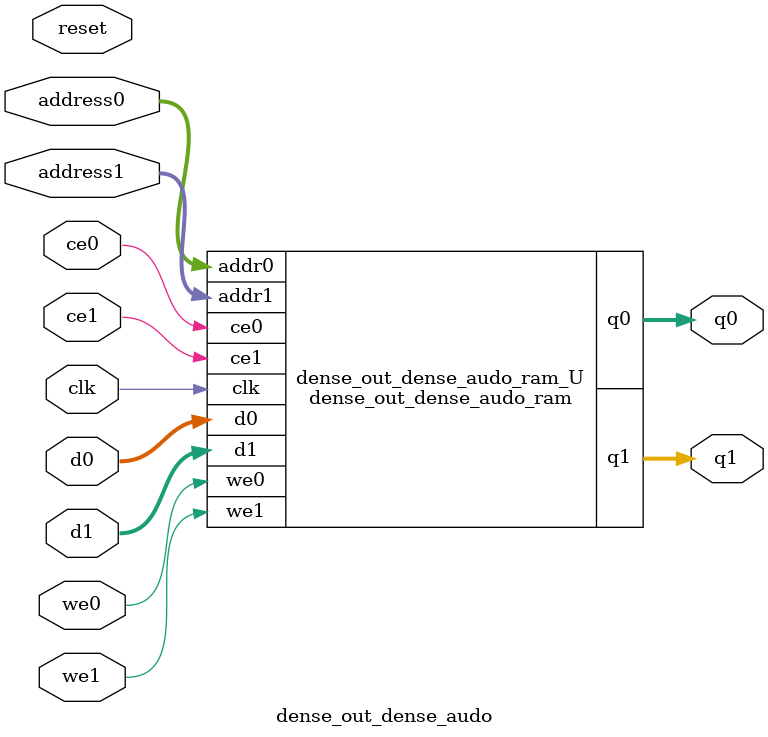
<source format=v>
`timescale 1 ns / 1 ps
module dense_out_dense_audo_ram (addr0, ce0, d0, we0, q0, addr1, ce1, d1, we1, q1,  clk);

parameter DWIDTH = 14;
parameter AWIDTH = 4;
parameter MEM_SIZE = 10;

input[AWIDTH-1:0] addr0;
input ce0;
input[DWIDTH-1:0] d0;
input we0;
output reg[DWIDTH-1:0] q0;
input[AWIDTH-1:0] addr1;
input ce1;
input[DWIDTH-1:0] d1;
input we1;
output reg[DWIDTH-1:0] q1;
input clk;

(* ram_style = "block" *)reg [DWIDTH-1:0] ram[0:MEM_SIZE-1];




always @(posedge clk)  
begin 
    if (ce0) 
    begin
        if (we0) 
        begin 
            ram[addr0] <= d0; 
        end 
        q0 <= ram[addr0];
    end
end


always @(posedge clk)  
begin 
    if (ce1) 
    begin
        if (we1) 
        begin 
            ram[addr1] <= d1; 
        end 
        q1 <= ram[addr1];
    end
end


endmodule

`timescale 1 ns / 1 ps
module dense_out_dense_audo(
    reset,
    clk,
    address0,
    ce0,
    we0,
    d0,
    q0,
    address1,
    ce1,
    we1,
    d1,
    q1);

parameter DataWidth = 32'd14;
parameter AddressRange = 32'd10;
parameter AddressWidth = 32'd4;
input reset;
input clk;
input[AddressWidth - 1:0] address0;
input ce0;
input we0;
input[DataWidth - 1:0] d0;
output[DataWidth - 1:0] q0;
input[AddressWidth - 1:0] address1;
input ce1;
input we1;
input[DataWidth - 1:0] d1;
output[DataWidth - 1:0] q1;



dense_out_dense_audo_ram dense_out_dense_audo_ram_U(
    .clk( clk ),
    .addr0( address0 ),
    .ce0( ce0 ),
    .we0( we0 ),
    .d0( d0 ),
    .q0( q0 ),
    .addr1( address1 ),
    .ce1( ce1 ),
    .we1( we1 ),
    .d1( d1 ),
    .q1( q1 ));

endmodule


</source>
